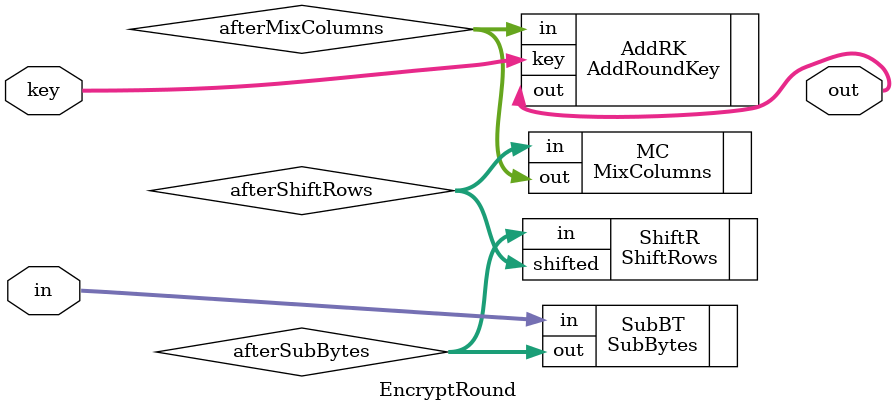
<source format=v>
module EncryptRound
#
(
parameter DATA_W = 128,      //data width
parameter KEY_L = 128       //key length
)
(input [DATA_W-1:0] in, input [KEY_L-1:0] key, output [DATA_W-1:0] out);

	wire [DATA_W-1:0] afterSubBytes;
	wire [DATA_W-1:0] afterShiftRows;
	wire [DATA_W-1:0] afterMixColumns;
	wire [DATA_W-1:0] afterAddroundKey;

	SubBytes SubBT(.in(in), .out(afterSubBytes));
	ShiftRows ShiftR(.in(afterSubBytes), .shifted(afterShiftRows));
	MixColumns MC(.in(afterShiftRows), .out(afterMixColumns));
	AddRoundKey AddRK(.in(afterMixColumns), .key(key), .out(out));

endmodule

</source>
